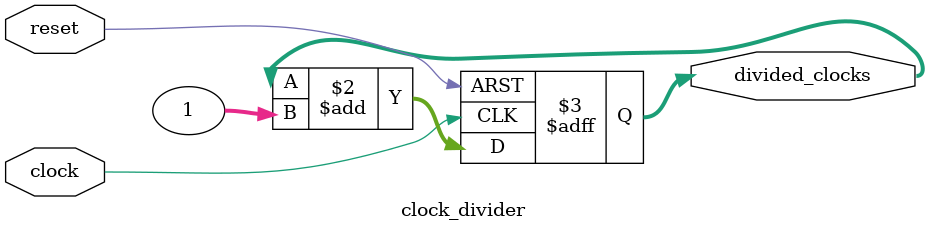
<source format=sv>
`timescale 1ns / 1ps

module clock_divider (clock, reset, divided_clocks); 
    input logic clock;
    input logic reset;
    output logic [31:0] divided_clocks;
      
    always_ff @(posedge clock or posedge reset) begin
        if (reset) divided_clocks <= 32'h0;
        else divided_clocks <= divided_clocks + 32'h00000001;
    end
endmodule
</source>
